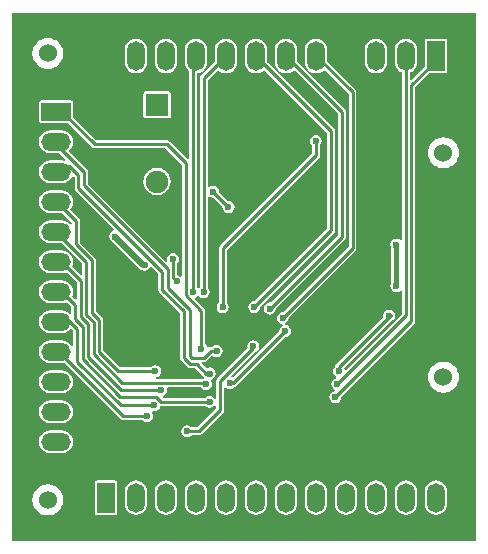
<source format=gbl>
G04 Layer_Physical_Order=2*
G04 Layer_Color=16711680*
%FSLAX44Y44*%
%MOMM*%
G71*
G01*
G75*
%ADD21R,1.9000X1.9000*%
%ADD26C,0.2540*%
%ADD27C,0.4000*%
%ADD29C,0.5000*%
%ADD30C,1.9000*%
%ADD31R,2.5000X1.5000*%
%ADD32O,2.5000X1.5000*%
%ADD33R,1.5000X2.5000*%
%ADD34O,1.5000X2.5000*%
G04:AMPARAMS|DCode=35|XSize=2mm|YSize=1.2mm|CornerRadius=0.36mm|HoleSize=0mm|Usage=FLASHONLY|Rotation=180.000|XOffset=0mm|YOffset=0mm|HoleType=Round|Shape=RoundedRectangle|*
%AMROUNDEDRECTD35*
21,1,2.0000,0.4800,0,0,180.0*
21,1,1.2800,1.2000,0,0,180.0*
1,1,0.7200,-0.6400,0.2400*
1,1,0.7200,0.6400,0.2400*
1,1,0.7200,0.6400,-0.2400*
1,1,0.7200,-0.6400,-0.2400*
%
%ADD35ROUNDEDRECTD35*%
%ADD36C,1.5240*%
%ADD37C,0.6000*%
G36*
X623625Y221375D02*
X230375D01*
Y668625D01*
X623625D01*
Y221375D01*
D02*
G37*
%LPC*%
G36*
X564300Y272614D02*
X561812Y272287D01*
X559493Y271326D01*
X557502Y269798D01*
X555974Y267807D01*
X555013Y265488D01*
X554686Y263000D01*
Y253000D01*
X555013Y250512D01*
X555974Y248193D01*
X557502Y246202D01*
X559493Y244674D01*
X561812Y243713D01*
X564300Y243386D01*
X566788Y243713D01*
X569107Y244674D01*
X571098Y246202D01*
X572626Y248193D01*
X573587Y250512D01*
X573914Y253000D01*
Y263000D01*
X573587Y265488D01*
X572626Y267807D01*
X571098Y269798D01*
X569107Y271326D01*
X566788Y272287D01*
X564300Y272614D01*
D02*
G37*
G36*
X538900D02*
X536412Y272287D01*
X534093Y271326D01*
X532102Y269798D01*
X530574Y267807D01*
X529613Y265488D01*
X529286Y263000D01*
Y253000D01*
X529613Y250512D01*
X530574Y248193D01*
X532102Y246202D01*
X534093Y244674D01*
X536412Y243713D01*
X538900Y243386D01*
X541388Y243713D01*
X543707Y244674D01*
X545698Y246202D01*
X547226Y248193D01*
X548187Y250512D01*
X548514Y253000D01*
Y263000D01*
X548187Y265488D01*
X547226Y267807D01*
X545698Y269798D01*
X543707Y271326D01*
X541388Y272287D01*
X538900Y272614D01*
D02*
G37*
G36*
X513500D02*
X511012Y272287D01*
X508693Y271326D01*
X506702Y269798D01*
X505174Y267807D01*
X504213Y265488D01*
X503886Y263000D01*
Y253000D01*
X504213Y250512D01*
X505174Y248193D01*
X506702Y246202D01*
X508693Y244674D01*
X511012Y243713D01*
X513500Y243386D01*
X515988Y243713D01*
X518307Y244674D01*
X520298Y246202D01*
X521826Y248193D01*
X522787Y250512D01*
X523114Y253000D01*
Y263000D01*
X522787Y265488D01*
X521826Y267807D01*
X520298Y269798D01*
X518307Y271326D01*
X515988Y272287D01*
X513500Y272614D01*
D02*
G37*
G36*
X589700D02*
X587212Y272287D01*
X584893Y271326D01*
X582902Y269798D01*
X581374Y267807D01*
X580413Y265488D01*
X580086Y263000D01*
Y253000D01*
X580413Y250512D01*
X581374Y248193D01*
X582902Y246202D01*
X584893Y244674D01*
X587212Y243713D01*
X589700Y243386D01*
X592188Y243713D01*
X594507Y244674D01*
X596498Y246202D01*
X598026Y248193D01*
X598987Y250512D01*
X599314Y253000D01*
Y263000D01*
X598987Y265488D01*
X598026Y267807D01*
X596498Y269798D01*
X594507Y271326D01*
X592188Y272287D01*
X589700Y272614D01*
D02*
G37*
G36*
X273000Y314914D02*
X263000D01*
X260512Y314587D01*
X258193Y313626D01*
X256202Y312098D01*
X254674Y310107D01*
X253713Y307788D01*
X253386Y305300D01*
X253713Y302812D01*
X254674Y300493D01*
X256202Y298502D01*
X258193Y296974D01*
X260512Y296013D01*
X263000Y295686D01*
X273000D01*
X275488Y296013D01*
X277807Y296974D01*
X279798Y298502D01*
X281326Y300493D01*
X282287Y302812D01*
X282614Y305300D01*
X282287Y307788D01*
X281326Y310107D01*
X279798Y312098D01*
X277807Y313626D01*
X275488Y314587D01*
X273000Y314914D01*
D02*
G37*
G36*
X261000Y269167D02*
X260866Y269140D01*
X260730Y269149D01*
X257858Y268771D01*
X257665Y268705D01*
X257598Y268697D01*
X257536Y268671D01*
X257336Y268631D01*
X254660Y267523D01*
X254490Y267409D01*
X254428Y267383D01*
X254374Y267342D01*
X254191Y267252D01*
X251894Y265489D01*
X251759Y265336D01*
X251705Y265294D01*
X251665Y265241D01*
X251511Y265107D01*
X249748Y262809D01*
X249657Y262626D01*
X249617Y262572D01*
X249591Y262510D01*
X249477Y262340D01*
X248369Y259664D01*
X248329Y259464D01*
X248303Y259402D01*
X248295Y259335D01*
X248229Y259142D01*
X247851Y256270D01*
X247864Y256067D01*
X247856Y256000D01*
X247864Y255933D01*
X247851Y255730D01*
X248229Y252858D01*
X248295Y252665D01*
X248303Y252598D01*
X248329Y252536D01*
X248369Y252336D01*
X249477Y249660D01*
X249591Y249490D01*
X249617Y249428D01*
X249658Y249374D01*
X249748Y249191D01*
X251511Y246894D01*
X251665Y246759D01*
X251705Y246705D01*
X251759Y246665D01*
X251894Y246511D01*
X254191Y244748D01*
X254374Y244657D01*
X254428Y244617D01*
X254490Y244591D01*
X254660Y244477D01*
X257336Y243369D01*
X257536Y243329D01*
X257598Y243303D01*
X257665Y243295D01*
X257858Y243229D01*
X260730Y242851D01*
X260866Y242860D01*
X261000Y242833D01*
X261134Y242860D01*
X261270Y242851D01*
X264142Y243229D01*
X264335Y243295D01*
X264402Y243303D01*
X264464Y243329D01*
X264664Y243369D01*
X267340Y244477D01*
X267510Y244591D01*
X267572Y244617D01*
X267626Y244658D01*
X267809Y244748D01*
X270107Y246511D01*
X270241Y246665D01*
X270294Y246705D01*
X270336Y246759D01*
X270489Y246894D01*
X272252Y249191D01*
X272342Y249374D01*
X272383Y249428D01*
X272409Y249490D01*
X272523Y249660D01*
X273631Y252336D01*
X273671Y252536D01*
X273697Y252598D01*
X273705Y252665D01*
X273771Y252858D01*
X274149Y255730D01*
X274136Y255933D01*
X274144Y256000D01*
X274136Y256067D01*
X274149Y256270D01*
X273771Y259142D01*
X273705Y259335D01*
X273697Y259402D01*
X273671Y259464D01*
X273631Y259664D01*
X272523Y262340D01*
X272409Y262510D01*
X272383Y262572D01*
X272342Y262626D01*
X272252Y262809D01*
X270489Y265107D01*
X270336Y265241D01*
X270294Y265294D01*
X270241Y265336D01*
X270107Y265489D01*
X267809Y267252D01*
X267626Y267342D01*
X267572Y267383D01*
X267510Y267409D01*
X267340Y267523D01*
X264664Y268631D01*
X264464Y268671D01*
X264402Y268697D01*
X264335Y268705D01*
X264142Y268771D01*
X261270Y269149D01*
X261134Y269140D01*
X261000Y269167D01*
D02*
G37*
G36*
X317800Y272572D02*
X302800D01*
X302007Y272414D01*
X301335Y271965D01*
X300886Y271293D01*
X300728Y270500D01*
Y245500D01*
X300886Y244707D01*
X301335Y244035D01*
X302007Y243586D01*
X302800Y243428D01*
X317800D01*
X318593Y243586D01*
X319265Y244035D01*
X319714Y244707D01*
X319872Y245500D01*
Y270500D01*
X319714Y271293D01*
X319265Y271965D01*
X318593Y272414D01*
X317800Y272572D01*
D02*
G37*
G36*
X386500Y272614D02*
X384012Y272287D01*
X381693Y271326D01*
X379702Y269798D01*
X378174Y267807D01*
X377213Y265488D01*
X376886Y263000D01*
Y253000D01*
X377213Y250512D01*
X378174Y248193D01*
X379702Y246202D01*
X381693Y244674D01*
X384012Y243713D01*
X386500Y243386D01*
X388988Y243713D01*
X391307Y244674D01*
X393298Y246202D01*
X394826Y248193D01*
X395787Y250512D01*
X396114Y253000D01*
Y263000D01*
X395787Y265488D01*
X394826Y267807D01*
X393298Y269798D01*
X391307Y271326D01*
X388988Y272287D01*
X386500Y272614D01*
D02*
G37*
G36*
X361100D02*
X358612Y272287D01*
X356293Y271326D01*
X354302Y269798D01*
X352774Y267807D01*
X351813Y265488D01*
X351486Y263000D01*
Y253000D01*
X351813Y250512D01*
X352774Y248193D01*
X354302Y246202D01*
X356293Y244674D01*
X358612Y243713D01*
X361100Y243386D01*
X363588Y243713D01*
X365907Y244674D01*
X367898Y246202D01*
X369426Y248193D01*
X370387Y250512D01*
X370714Y253000D01*
Y263000D01*
X370387Y265488D01*
X369426Y267807D01*
X367898Y269798D01*
X365907Y271326D01*
X363588Y272287D01*
X361100Y272614D01*
D02*
G37*
G36*
X335700D02*
X333212Y272287D01*
X330893Y271326D01*
X328902Y269798D01*
X327374Y267807D01*
X326413Y265488D01*
X326086Y263000D01*
Y253000D01*
X326413Y250512D01*
X327374Y248193D01*
X328902Y246202D01*
X330893Y244674D01*
X333212Y243713D01*
X335700Y243386D01*
X338188Y243713D01*
X340507Y244674D01*
X342498Y246202D01*
X344026Y248193D01*
X344987Y250512D01*
X345314Y253000D01*
Y263000D01*
X344987Y265488D01*
X344026Y267807D01*
X342498Y269798D01*
X340507Y271326D01*
X338188Y272287D01*
X335700Y272614D01*
D02*
G37*
G36*
X411900D02*
X409412Y272287D01*
X407093Y271326D01*
X405102Y269798D01*
X403574Y267807D01*
X402613Y265488D01*
X402286Y263000D01*
Y253000D01*
X402613Y250512D01*
X403574Y248193D01*
X405102Y246202D01*
X407093Y244674D01*
X409412Y243713D01*
X411900Y243386D01*
X414388Y243713D01*
X416707Y244674D01*
X418698Y246202D01*
X420226Y248193D01*
X421187Y250512D01*
X421514Y253000D01*
Y263000D01*
X421187Y265488D01*
X420226Y267807D01*
X418698Y269798D01*
X416707Y271326D01*
X414388Y272287D01*
X411900Y272614D01*
D02*
G37*
G36*
X488100D02*
X485612Y272287D01*
X483293Y271326D01*
X481302Y269798D01*
X479774Y267807D01*
X478813Y265488D01*
X478486Y263000D01*
Y253000D01*
X478813Y250512D01*
X479774Y248193D01*
X481302Y246202D01*
X483293Y244674D01*
X485612Y243713D01*
X488100Y243386D01*
X490588Y243713D01*
X492907Y244674D01*
X494898Y246202D01*
X496426Y248193D01*
X497387Y250512D01*
X497714Y253000D01*
Y263000D01*
X497387Y265488D01*
X496426Y267807D01*
X494898Y269798D01*
X492907Y271326D01*
X490588Y272287D01*
X488100Y272614D01*
D02*
G37*
G36*
X462700D02*
X460212Y272287D01*
X457893Y271326D01*
X455902Y269798D01*
X454374Y267807D01*
X453413Y265488D01*
X453086Y263000D01*
Y253000D01*
X453413Y250512D01*
X454374Y248193D01*
X455902Y246202D01*
X457893Y244674D01*
X460212Y243713D01*
X462700Y243386D01*
X465188Y243713D01*
X467507Y244674D01*
X469498Y246202D01*
X471026Y248193D01*
X471987Y250512D01*
X472314Y253000D01*
Y263000D01*
X471987Y265488D01*
X471026Y267807D01*
X469498Y269798D01*
X467507Y271326D01*
X465188Y272287D01*
X462700Y272614D01*
D02*
G37*
G36*
X437300D02*
X434812Y272287D01*
X432493Y271326D01*
X430502Y269798D01*
X428974Y267807D01*
X428013Y265488D01*
X427686Y263000D01*
Y253000D01*
X428013Y250512D01*
X428974Y248193D01*
X430502Y246202D01*
X432493Y244674D01*
X434812Y243713D01*
X437300Y243386D01*
X439788Y243713D01*
X442107Y244674D01*
X444098Y246202D01*
X445626Y248193D01*
X446587Y250512D01*
X446914Y253000D01*
Y263000D01*
X446587Y265488D01*
X445626Y267807D01*
X444098Y269798D01*
X442107Y271326D01*
X439788Y272287D01*
X437300Y272614D01*
D02*
G37*
G36*
X335700Y646614D02*
X333212Y646287D01*
X330893Y645326D01*
X328902Y643798D01*
X327374Y641807D01*
X326413Y639488D01*
X326086Y637000D01*
Y627000D01*
X326413Y624512D01*
X327374Y622193D01*
X328902Y620202D01*
X330893Y618674D01*
X333212Y617713D01*
X335700Y617386D01*
X338188Y617713D01*
X340507Y618674D01*
X342498Y620202D01*
X344026Y622193D01*
X344987Y624512D01*
X345314Y627000D01*
Y637000D01*
X344987Y639488D01*
X344026Y641807D01*
X342498Y643798D01*
X340507Y645326D01*
X338188Y646287D01*
X335700Y646614D01*
D02*
G37*
G36*
X363000Y602072D02*
X344000D01*
X343207Y601914D01*
X342535Y601465D01*
X342086Y600793D01*
X341928Y600000D01*
Y581000D01*
X342086Y580207D01*
X342535Y579535D01*
X343207Y579086D01*
X344000Y578928D01*
X363000D01*
X363793Y579086D01*
X364465Y579535D01*
X364914Y580207D01*
X365072Y581000D01*
Y600000D01*
X364914Y600793D01*
X364465Y601465D01*
X363793Y601914D01*
X363000Y602072D01*
D02*
G37*
G36*
X596000Y563167D02*
X595866Y563140D01*
X595730Y563149D01*
X592858Y562771D01*
X592665Y562705D01*
X592598Y562697D01*
X592536Y562671D01*
X592336Y562631D01*
X589660Y561523D01*
X589490Y561409D01*
X589428Y561383D01*
X589374Y561342D01*
X589191Y561252D01*
X586894Y559489D01*
X586759Y559336D01*
X586706Y559295D01*
X586665Y559241D01*
X586511Y559106D01*
X584748Y556809D01*
X584658Y556626D01*
X584617Y556572D01*
X584591Y556510D01*
X584477Y556340D01*
X583369Y553664D01*
X583329Y553464D01*
X583303Y553402D01*
X583295Y553335D01*
X583229Y553142D01*
X582851Y550270D01*
X582864Y550067D01*
X582856Y550000D01*
X582864Y549933D01*
X582851Y549730D01*
X583229Y546858D01*
X583295Y546665D01*
X583303Y546598D01*
X583329Y546536D01*
X583369Y546336D01*
X584477Y543660D01*
X584591Y543490D01*
X584617Y543428D01*
X584658Y543374D01*
X584748Y543191D01*
X586511Y540894D01*
X586665Y540759D01*
X586706Y540705D01*
X586759Y540664D01*
X586894Y540511D01*
X589191Y538748D01*
X589374Y538657D01*
X589428Y538617D01*
X589490Y538591D01*
X589660Y538477D01*
X592336Y537369D01*
X592536Y537329D01*
X592598Y537303D01*
X592665Y537295D01*
X592858Y537229D01*
X595730Y536851D01*
X595866Y536860D01*
X596000Y536833D01*
X596134Y536860D01*
X596270Y536851D01*
X599142Y537229D01*
X599335Y537295D01*
X599402Y537303D01*
X599464Y537329D01*
X599664Y537369D01*
X602340Y538477D01*
X602510Y538591D01*
X602572Y538617D01*
X602626Y538658D01*
X602809Y538748D01*
X605107Y540511D01*
X605241Y540664D01*
X605294Y540705D01*
X605336Y540759D01*
X605489Y540894D01*
X607252Y543191D01*
X607342Y543374D01*
X607383Y543428D01*
X607409Y543490D01*
X607523Y543660D01*
X608631Y546336D01*
X608671Y546536D01*
X608697Y546598D01*
X608705Y546665D01*
X608771Y546858D01*
X609149Y549730D01*
X609136Y549933D01*
X609145Y550000D01*
X609136Y550067D01*
X609149Y550270D01*
X608771Y553142D01*
X608705Y553335D01*
X608697Y553402D01*
X608671Y553464D01*
X608631Y553664D01*
X607523Y556340D01*
X607409Y556510D01*
X607383Y556572D01*
X607342Y556626D01*
X607252Y556809D01*
X605489Y559106D01*
X605336Y559241D01*
X605294Y559295D01*
X605241Y559336D01*
X605107Y559489D01*
X602809Y561252D01*
X602626Y561343D01*
X602572Y561383D01*
X602510Y561409D01*
X602340Y561523D01*
X599664Y562631D01*
X599464Y562671D01*
X599402Y562697D01*
X599335Y562705D01*
X599142Y562771D01*
X596270Y563149D01*
X596134Y563140D01*
X596000Y563167D01*
D02*
G37*
G36*
X361100Y646614D02*
X358612Y646287D01*
X356293Y645326D01*
X354302Y643798D01*
X352774Y641807D01*
X351813Y639488D01*
X351486Y637000D01*
Y627000D01*
X351813Y624512D01*
X352774Y622193D01*
X354302Y620202D01*
X356293Y618674D01*
X358612Y617713D01*
X361100Y617386D01*
X363588Y617713D01*
X365907Y618674D01*
X367898Y620202D01*
X369426Y622193D01*
X370387Y624512D01*
X370714Y627000D01*
Y637000D01*
X370387Y639488D01*
X369426Y641807D01*
X367898Y643798D01*
X365907Y645326D01*
X363588Y646287D01*
X361100Y646614D01*
D02*
G37*
G36*
X261000Y647167D02*
X260866Y647140D01*
X260730Y647149D01*
X257858Y646771D01*
X257665Y646705D01*
X257598Y646697D01*
X257536Y646671D01*
X257336Y646631D01*
X254660Y645523D01*
X254490Y645409D01*
X254428Y645383D01*
X254374Y645342D01*
X254191Y645252D01*
X251894Y643489D01*
X251759Y643335D01*
X251705Y643295D01*
X251665Y643241D01*
X251511Y643107D01*
X249748Y640809D01*
X249657Y640626D01*
X249617Y640572D01*
X249591Y640510D01*
X249477Y640340D01*
X248369Y637664D01*
X248329Y637464D01*
X248303Y637402D01*
X248295Y637335D01*
X248229Y637142D01*
X247851Y634270D01*
X247864Y634067D01*
X247856Y634000D01*
X247864Y633933D01*
X247851Y633730D01*
X248229Y630858D01*
X248295Y630665D01*
X248303Y630598D01*
X248329Y630536D01*
X248369Y630336D01*
X249477Y627660D01*
X249591Y627490D01*
X249617Y627428D01*
X249658Y627374D01*
X249748Y627191D01*
X251511Y624893D01*
X251665Y624759D01*
X251705Y624706D01*
X251759Y624664D01*
X251894Y624511D01*
X254191Y622748D01*
X254374Y622658D01*
X254428Y622617D01*
X254490Y622591D01*
X254660Y622477D01*
X257336Y621369D01*
X257536Y621329D01*
X257598Y621303D01*
X257665Y621295D01*
X257858Y621229D01*
X260730Y620851D01*
X260866Y620860D01*
X261000Y620833D01*
X261134Y620860D01*
X261270Y620851D01*
X264142Y621229D01*
X264335Y621295D01*
X264402Y621303D01*
X264464Y621329D01*
X264664Y621369D01*
X267340Y622477D01*
X267510Y622591D01*
X267572Y622617D01*
X267626Y622658D01*
X267809Y622748D01*
X270107Y624511D01*
X270241Y624664D01*
X270294Y624706D01*
X270336Y624759D01*
X270489Y624893D01*
X272252Y627191D01*
X272342Y627374D01*
X272383Y627428D01*
X272409Y627490D01*
X272523Y627660D01*
X273631Y630336D01*
X273671Y630536D01*
X273697Y630598D01*
X273705Y630665D01*
X273771Y630858D01*
X274149Y633730D01*
X274136Y633933D01*
X274144Y634000D01*
X274136Y634067D01*
X274149Y634270D01*
X273771Y637142D01*
X273705Y637335D01*
X273697Y637402D01*
X273671Y637464D01*
X273631Y637664D01*
X272523Y640340D01*
X272409Y640510D01*
X272383Y640572D01*
X272342Y640626D01*
X272252Y640809D01*
X270489Y643107D01*
X270336Y643241D01*
X270294Y643295D01*
X270241Y643335D01*
X270107Y643489D01*
X267809Y645252D01*
X267626Y645342D01*
X267572Y645383D01*
X267510Y645409D01*
X267340Y645523D01*
X264664Y646631D01*
X264464Y646671D01*
X264402Y646697D01*
X264335Y646705D01*
X264142Y646771D01*
X261270Y647149D01*
X261134Y647140D01*
X261000Y647167D01*
D02*
G37*
G36*
X538900Y646614D02*
X536412Y646287D01*
X534093Y645326D01*
X532102Y643798D01*
X530574Y641807D01*
X529613Y639488D01*
X529286Y637000D01*
Y627000D01*
X529613Y624512D01*
X530574Y622193D01*
X532102Y620202D01*
X534093Y618674D01*
X536412Y617713D01*
X538900Y617386D01*
X541388Y617713D01*
X543707Y618674D01*
X545698Y620202D01*
X547226Y622193D01*
X548187Y624512D01*
X548514Y627000D01*
Y637000D01*
X548187Y639488D01*
X547226Y641807D01*
X545698Y643798D01*
X543707Y645326D01*
X541388Y646287D01*
X538900Y646614D01*
D02*
G37*
G36*
X488100D02*
X485612Y646287D01*
X483293Y645326D01*
X481302Y643798D01*
X479774Y641807D01*
X478813Y639488D01*
X478486Y637000D01*
Y627000D01*
X478813Y624512D01*
X479774Y622193D01*
X481302Y620202D01*
X483293Y618674D01*
X485612Y617713D01*
X488100Y617386D01*
X490588Y617713D01*
X492907Y618674D01*
X494898Y620202D01*
X495122Y620216D01*
X515633Y599706D01*
Y470395D01*
X460308Y415069D01*
X460000Y415131D01*
X458037Y414740D01*
X456372Y413628D01*
X455260Y411963D01*
X454869Y410000D01*
X455260Y408037D01*
X456372Y406372D01*
X458037Y405260D01*
X459703Y404929D01*
X459879Y404303D01*
X459910Y403655D01*
X458372Y402628D01*
X457260Y400963D01*
X456869Y399000D01*
X456931Y398692D01*
X417572Y359333D01*
X416963Y359740D01*
X416408Y359851D01*
X416040Y361066D01*
X436053Y381079D01*
X436963Y381260D01*
X438628Y382372D01*
X439740Y384037D01*
X440131Y386000D01*
X439740Y387963D01*
X438628Y389628D01*
X436963Y390740D01*
X435000Y391131D01*
X433037Y390740D01*
X431372Y389628D01*
X430260Y387963D01*
X429869Y386000D01*
X430132Y384681D01*
X404619Y359168D01*
X403890Y358076D01*
X403633Y356787D01*
Y341912D01*
X402363Y341527D01*
X401628Y342628D01*
X399963Y343740D01*
X398000Y344131D01*
X396037Y343740D01*
X394372Y342628D01*
X394198Y342367D01*
X359114D01*
X358689Y342910D01*
X358895Y343923D01*
X359138Y344377D01*
X360628Y345372D01*
X361740Y347037D01*
X362131Y349000D01*
X361799Y350665D01*
X362502Y351935D01*
X390328D01*
X391372Y350372D01*
X393037Y349260D01*
X395000Y348869D01*
X396963Y349260D01*
X398628Y350372D01*
X399740Y352037D01*
X400131Y354000D01*
X399740Y355963D01*
X399175Y356808D01*
X399760Y358219D01*
X399963Y358260D01*
X401628Y359372D01*
X402740Y361037D01*
X403131Y363000D01*
X402740Y364963D01*
X401628Y366628D01*
X399963Y367740D01*
X398000Y368131D01*
X396037Y367740D01*
X395428Y367333D01*
X391301Y371460D01*
X391787Y372633D01*
X393000D01*
X394288Y372890D01*
X395381Y373619D01*
X400155Y378394D01*
X400372Y378372D01*
X402037Y377260D01*
X404000Y376869D01*
X405963Y377260D01*
X407628Y378372D01*
X408740Y380037D01*
X409131Y382000D01*
X408740Y383963D01*
X407628Y385628D01*
X405963Y386740D01*
X404000Y387131D01*
X402037Y386740D01*
X400372Y385628D01*
X400198Y385367D01*
X399000D01*
X399000Y385367D01*
X397712Y385110D01*
X397263Y384811D01*
X395860Y385356D01*
X395739Y385963D01*
X394627Y387627D01*
X394366Y387802D01*
Y416088D01*
X394110Y417377D01*
X393380Y418469D01*
X385815Y426034D01*
X386216Y427429D01*
X387628Y428372D01*
X387864Y428726D01*
X389134D01*
X389371Y428371D01*
X391036Y427259D01*
X392999Y426869D01*
X394963Y427259D01*
X396627Y428371D01*
X397739Y430036D01*
X398130Y431999D01*
X397739Y433963D01*
X396627Y435627D01*
X396366Y435802D01*
Y512766D01*
X397636Y513196D01*
X399037Y512260D01*
X401000Y511869D01*
X401308Y511931D01*
X408931Y504308D01*
X408869Y504000D01*
X409260Y502037D01*
X410372Y500372D01*
X412037Y499260D01*
X414000Y498869D01*
X415963Y499260D01*
X417628Y500372D01*
X418740Y502037D01*
X419131Y504000D01*
X418740Y505963D01*
X417628Y507628D01*
X415963Y508740D01*
X414000Y509131D01*
X413692Y509069D01*
X406069Y516692D01*
X406131Y517000D01*
X405740Y518963D01*
X404628Y520628D01*
X402963Y521740D01*
X401000Y522131D01*
X399037Y521740D01*
X397636Y520804D01*
X396366Y521234D01*
Y611705D01*
X404878Y620216D01*
X405102Y620202D01*
X407093Y618674D01*
X409412Y617713D01*
X411900Y617386D01*
X414388Y617713D01*
X416707Y618674D01*
X418698Y620202D01*
X420226Y622193D01*
X421187Y624512D01*
X421514Y627000D01*
Y637000D01*
X421187Y639488D01*
X420226Y641807D01*
X418698Y643798D01*
X416707Y645326D01*
X414388Y646287D01*
X411900Y646614D01*
X409412Y646287D01*
X407093Y645326D01*
X405102Y643798D01*
X403574Y641807D01*
X402613Y639488D01*
X402286Y637000D01*
Y627147D01*
X390619Y615480D01*
X389889Y614388D01*
X389632Y613099D01*
Y435802D01*
X389371Y435627D01*
X388019Y435677D01*
X387367Y436337D01*
Y617500D01*
X388988Y617713D01*
X391307Y618674D01*
X393298Y620202D01*
X394826Y622193D01*
X395787Y624512D01*
X396114Y627000D01*
Y637000D01*
X395787Y639488D01*
X394826Y641807D01*
X393298Y643798D01*
X391307Y645326D01*
X388988Y646287D01*
X386500Y646614D01*
X384012Y646287D01*
X381693Y645326D01*
X379702Y643798D01*
X378174Y641807D01*
X377213Y639488D01*
X376886Y637000D01*
Y627000D01*
X377213Y624512D01*
X378174Y622193D01*
X379702Y620202D01*
X380633Y619487D01*
Y544924D01*
X379363Y544398D01*
X364381Y559381D01*
X363288Y560110D01*
X362000Y560367D01*
X302094D01*
X282572Y579889D01*
Y592200D01*
X282414Y592993D01*
X281965Y593665D01*
X281293Y594114D01*
X280500Y594272D01*
X255500D01*
X254707Y594114D01*
X254035Y593665D01*
X253586Y592993D01*
X253428Y592200D01*
Y577200D01*
X253586Y576407D01*
X254035Y575735D01*
X254707Y575286D01*
X255500Y575128D01*
X277810D01*
X298319Y554619D01*
X299412Y553890D01*
X300700Y553633D01*
X360606D01*
X374331Y539907D01*
Y445685D01*
X373061Y445006D01*
X371963Y445740D01*
X370367Y446058D01*
Y456198D01*
X370628Y456372D01*
X371740Y458037D01*
X372131Y460000D01*
X371740Y461963D01*
X370628Y463628D01*
X368963Y464740D01*
X367000Y465131D01*
X365037Y464740D01*
X363372Y463628D01*
X362260Y461963D01*
X361869Y460000D01*
X362195Y458362D01*
X361099Y457662D01*
X294939Y523823D01*
Y533428D01*
X294682Y534716D01*
X293953Y535809D01*
X279043Y550718D01*
X279126Y551986D01*
X279798Y552502D01*
X281326Y554493D01*
X282287Y556812D01*
X282614Y559300D01*
X282287Y561788D01*
X281326Y564107D01*
X279798Y566098D01*
X277807Y567626D01*
X275488Y568587D01*
X273000Y568914D01*
X263000D01*
X260512Y568587D01*
X258193Y567626D01*
X256202Y566098D01*
X254674Y564107D01*
X253713Y561788D01*
X253386Y559300D01*
X253713Y556812D01*
X254674Y554493D01*
X256202Y552502D01*
X258193Y550974D01*
X260512Y550013D01*
X263000Y549686D01*
X270553D01*
X275879Y544360D01*
X275730Y543913D01*
X275221Y543222D01*
X273000Y543514D01*
X263000D01*
X260512Y543187D01*
X258193Y542226D01*
X256202Y540698D01*
X254674Y538707D01*
X253713Y536388D01*
X253386Y533900D01*
X253713Y531412D01*
X254674Y529093D01*
X256202Y527102D01*
X258193Y525574D01*
X260512Y524613D01*
X263000Y524286D01*
X273000D01*
X275488Y524613D01*
X277807Y525574D01*
X279798Y527102D01*
X281326Y529093D01*
X281568Y529677D01*
X282888Y529969D01*
X283633Y529317D01*
Y520000D01*
X283890Y518712D01*
X284619Y517619D01*
X317010Y485229D01*
X316592Y483851D01*
X316037Y483740D01*
X314372Y482628D01*
X313260Y480963D01*
X312869Y479000D01*
X313260Y477037D01*
X314372Y475372D01*
X316037Y474260D01*
X316247Y474218D01*
X338732Y451733D01*
X340232Y450731D01*
X340374Y450703D01*
X341037Y450260D01*
X343000Y449869D01*
X344963Y450260D01*
X346628Y451372D01*
X347606Y452836D01*
X348980Y453258D01*
X354489Y447749D01*
Y433766D01*
X354746Y432477D01*
X355475Y431385D01*
X372633Y414227D01*
Y376534D01*
X372890Y375246D01*
X373619Y374154D01*
X379154Y368619D01*
X380246Y367890D01*
X381534Y367633D01*
X385606D01*
X392619Y360619D01*
X393389Y360105D01*
X393259Y358803D01*
X393240Y358781D01*
X393037Y358740D01*
X392930Y358669D01*
X352799D01*
X352732Y358720D01*
X352838Y359965D01*
X352864Y360041D01*
X353963Y360259D01*
X355627Y361371D01*
X356739Y363036D01*
X357130Y364999D01*
X356739Y366963D01*
X355627Y368627D01*
X353963Y369739D01*
X351999Y370130D01*
X350036Y369739D01*
X348371Y368627D01*
X348197Y368366D01*
X321861D01*
X307655Y382572D01*
Y408326D01*
X307398Y409614D01*
X306669Y410706D01*
X301511Y415864D01*
Y459322D01*
X301254Y460610D01*
X300525Y461702D01*
X288367Y473860D01*
Y492000D01*
X288110Y493288D01*
X287381Y494381D01*
X279912Y501850D01*
X281326Y503693D01*
X282287Y506012D01*
X282614Y508500D01*
X282287Y510988D01*
X281326Y513307D01*
X279798Y515298D01*
X277807Y516826D01*
X275488Y517787D01*
X273000Y518114D01*
X263000D01*
X260512Y517787D01*
X258193Y516826D01*
X256202Y515298D01*
X254674Y513307D01*
X253713Y510988D01*
X253386Y508500D01*
X253713Y506012D01*
X254674Y503693D01*
X256202Y501702D01*
X258193Y500174D01*
X260512Y499213D01*
X263000Y498886D01*
X273000D01*
X273312Y498927D01*
X281458Y490780D01*
X281353Y489958D01*
X280050Y489570D01*
X279798Y489898D01*
X277807Y491426D01*
X275488Y492387D01*
X273000Y492714D01*
X263000D01*
X260512Y492387D01*
X258193Y491426D01*
X256202Y489898D01*
X254674Y487907D01*
X253713Y485588D01*
X253386Y483100D01*
X253713Y480612D01*
X254674Y478293D01*
X256202Y476302D01*
X258193Y474774D01*
X260512Y473813D01*
X263000Y473486D01*
X272753D01*
X290205Y456034D01*
Y446915D01*
X289032Y446429D01*
X281690Y453771D01*
X282287Y455212D01*
X282614Y457700D01*
X282287Y460188D01*
X281326Y462507D01*
X279798Y464498D01*
X277807Y466026D01*
X275488Y466987D01*
X273000Y467314D01*
X263000D01*
X260512Y466987D01*
X258193Y466026D01*
X256202Y464498D01*
X254674Y462507D01*
X253713Y460188D01*
X253386Y457700D01*
X253713Y455212D01*
X254674Y452893D01*
X256202Y450902D01*
X258193Y449374D01*
X260512Y448413D01*
X263000Y448086D01*
X273000D01*
X275488Y448413D01*
X276929Y449010D01*
X285633Y440305D01*
Y426087D01*
X284460Y425601D01*
X281690Y428371D01*
X282287Y429812D01*
X282614Y432300D01*
X282287Y434788D01*
X281326Y437107D01*
X279798Y439098D01*
X277807Y440626D01*
X275488Y441587D01*
X273000Y441914D01*
X263000D01*
X260512Y441587D01*
X258193Y440626D01*
X256202Y439098D01*
X254674Y437107D01*
X253713Y434788D01*
X253386Y432300D01*
X253713Y429812D01*
X254674Y427493D01*
X256202Y425502D01*
X258193Y423974D01*
X260512Y423013D01*
X263000Y422686D01*
X273000D01*
X275488Y423013D01*
X276929Y423610D01*
X281061Y419477D01*
Y414028D01*
X279859Y413620D01*
X279798Y413698D01*
X277807Y415226D01*
X275488Y416187D01*
X273000Y416514D01*
X263000D01*
X260512Y416187D01*
X258193Y415226D01*
X256202Y413698D01*
X254674Y411707D01*
X253713Y409388D01*
X253386Y406900D01*
X253713Y404412D01*
X254674Y402093D01*
X256202Y400102D01*
X258193Y398574D01*
X260512Y397613D01*
X263000Y397286D01*
X273000D01*
X275488Y397613D01*
X277807Y398574D01*
X279798Y400102D01*
X280119Y400520D01*
X281386Y400603D01*
X282633Y399356D01*
Y386470D01*
X281363Y386217D01*
X281326Y386307D01*
X279798Y388298D01*
X277807Y389826D01*
X275488Y390787D01*
X273000Y391114D01*
X263000D01*
X260512Y390787D01*
X258193Y389826D01*
X256202Y388298D01*
X254674Y386307D01*
X253713Y383988D01*
X253386Y381500D01*
X253713Y379012D01*
X254674Y376693D01*
X256202Y374702D01*
X258193Y373174D01*
X260512Y372213D01*
X263000Y371886D01*
X273000D01*
X275079Y372160D01*
X322619Y324619D01*
X323712Y323890D01*
X325000Y323633D01*
X341198D01*
X341372Y323372D01*
X343037Y322260D01*
X345000Y321869D01*
X346963Y322260D01*
X348628Y323372D01*
X349740Y325037D01*
X350131Y327000D01*
X349740Y328963D01*
X349076Y329957D01*
X349840Y331100D01*
X351000Y330869D01*
X352963Y331260D01*
X354628Y332372D01*
X355740Y334037D01*
X356090Y335797D01*
X356912Y335633D01*
X394198D01*
X394372Y335372D01*
X396037Y334260D01*
X398000Y333869D01*
X399963Y334260D01*
X401628Y335372D01*
X402363Y336473D01*
X403633Y336088D01*
Y333395D01*
X387606Y317367D01*
X382802D01*
X382628Y317628D01*
X380963Y318740D01*
X379000Y319131D01*
X377037Y318740D01*
X375372Y317628D01*
X374260Y315963D01*
X373869Y314000D01*
X374260Y312037D01*
X375372Y310372D01*
X377037Y309260D01*
X379000Y308869D01*
X380963Y309260D01*
X382628Y310372D01*
X382802Y310633D01*
X389000D01*
X390288Y310890D01*
X391381Y311619D01*
X409381Y329619D01*
X410110Y330712D01*
X410367Y332000D01*
Y350765D01*
X411637Y351195D01*
X413037Y350260D01*
X415000Y349869D01*
X416963Y350260D01*
X418628Y351372D01*
X418925Y351817D01*
X419288Y351890D01*
X420381Y352619D01*
X461692Y393931D01*
X462000Y393869D01*
X463963Y394260D01*
X465628Y395372D01*
X466740Y397037D01*
X467131Y399000D01*
X466740Y400963D01*
X465628Y402628D01*
X463963Y403740D01*
X462297Y404072D01*
X462121Y404697D01*
X462090Y405345D01*
X463628Y406372D01*
X464740Y408037D01*
X465131Y410000D01*
X465069Y410308D01*
X521381Y466619D01*
X522110Y467712D01*
X522367Y469000D01*
Y601100D01*
X522110Y602388D01*
X521381Y603481D01*
X497714Y627147D01*
Y637000D01*
X497387Y639488D01*
X496426Y641807D01*
X494898Y643798D01*
X492907Y645326D01*
X490588Y646287D01*
X488100Y646614D01*
D02*
G37*
G36*
X353500Y537132D02*
X350490Y536735D01*
X347684Y535573D01*
X345275Y533725D01*
X343427Y531316D01*
X342265Y528510D01*
X341869Y525500D01*
X342265Y522490D01*
X343427Y519684D01*
X345275Y517275D01*
X347684Y515427D01*
X350490Y514265D01*
X353500Y513868D01*
X356511Y514265D01*
X359316Y515427D01*
X361725Y517275D01*
X363573Y519684D01*
X364735Y522490D01*
X365131Y525500D01*
X364735Y528510D01*
X363573Y531316D01*
X361725Y533725D01*
X359316Y535573D01*
X356511Y536735D01*
X353500Y537132D01*
D02*
G37*
G36*
X596000Y373167D02*
X595866Y373140D01*
X595730Y373149D01*
X592858Y372771D01*
X592665Y372705D01*
X592598Y372697D01*
X592536Y372671D01*
X592336Y372631D01*
X589660Y371523D01*
X589490Y371409D01*
X589428Y371383D01*
X589374Y371342D01*
X589191Y371252D01*
X586894Y369489D01*
X586759Y369336D01*
X586706Y369295D01*
X586665Y369241D01*
X586511Y369106D01*
X584748Y366809D01*
X584658Y366626D01*
X584617Y366572D01*
X584591Y366510D01*
X584477Y366340D01*
X583369Y363664D01*
X583329Y363464D01*
X583303Y363402D01*
X583295Y363335D01*
X583229Y363142D01*
X582851Y360270D01*
X582864Y360067D01*
X582856Y360000D01*
X582864Y359933D01*
X582851Y359730D01*
X583229Y356858D01*
X583295Y356665D01*
X583303Y356598D01*
X583329Y356536D01*
X583369Y356336D01*
X584477Y353660D01*
X584591Y353490D01*
X584617Y353428D01*
X584658Y353374D01*
X584748Y353191D01*
X586511Y350894D01*
X586665Y350759D01*
X586706Y350705D01*
X586759Y350664D01*
X586894Y350511D01*
X589191Y348748D01*
X589374Y348657D01*
X589428Y348617D01*
X589490Y348591D01*
X589660Y348477D01*
X592336Y347369D01*
X592536Y347329D01*
X592598Y347303D01*
X592665Y347295D01*
X592858Y347229D01*
X595730Y346851D01*
X595866Y346860D01*
X596000Y346833D01*
X596134Y346860D01*
X596270Y346851D01*
X599142Y347229D01*
X599335Y347295D01*
X599402Y347303D01*
X599464Y347329D01*
X599664Y347369D01*
X602340Y348477D01*
X602510Y348591D01*
X602572Y348617D01*
X602626Y348658D01*
X602809Y348748D01*
X605107Y350511D01*
X605241Y350664D01*
X605294Y350705D01*
X605336Y350759D01*
X605489Y350894D01*
X607252Y353191D01*
X607342Y353374D01*
X607383Y353428D01*
X607409Y353490D01*
X607523Y353660D01*
X608631Y356336D01*
X608671Y356536D01*
X608697Y356598D01*
X608705Y356665D01*
X608771Y356858D01*
X609149Y359730D01*
X609136Y359933D01*
X609145Y360000D01*
X609136Y360067D01*
X609149Y360270D01*
X608771Y363142D01*
X608705Y363335D01*
X608697Y363402D01*
X608671Y363464D01*
X608631Y363664D01*
X607523Y366340D01*
X607409Y366510D01*
X607383Y366572D01*
X607342Y366626D01*
X607252Y366809D01*
X605489Y369106D01*
X605336Y369241D01*
X605294Y369295D01*
X605241Y369336D01*
X605107Y369489D01*
X602809Y371252D01*
X602626Y371343D01*
X602572Y371383D01*
X602510Y371409D01*
X602340Y371523D01*
X599664Y372631D01*
X599464Y372671D01*
X599402Y372697D01*
X599335Y372705D01*
X599142Y372771D01*
X596270Y373149D01*
X596134Y373140D01*
X596000Y373167D01*
D02*
G37*
G36*
X273000Y365714D02*
X263000D01*
X260512Y365387D01*
X258193Y364426D01*
X256202Y362898D01*
X254674Y360907D01*
X253713Y358588D01*
X253386Y356100D01*
X253713Y353612D01*
X254674Y351293D01*
X256202Y349302D01*
X258193Y347774D01*
X260512Y346813D01*
X263000Y346486D01*
X273000D01*
X275488Y346813D01*
X277807Y347774D01*
X279798Y349302D01*
X281326Y351293D01*
X282287Y353612D01*
X282614Y356100D01*
X282287Y358588D01*
X281326Y360907D01*
X279798Y362898D01*
X277807Y364426D01*
X275488Y365387D01*
X273000Y365714D01*
D02*
G37*
G36*
Y340314D02*
X263000D01*
X260512Y339987D01*
X258193Y339026D01*
X256202Y337498D01*
X254674Y335507D01*
X253713Y333188D01*
X253386Y330700D01*
X253713Y328212D01*
X254674Y325893D01*
X256202Y323902D01*
X258193Y322374D01*
X260512Y321413D01*
X263000Y321086D01*
X273000D01*
X275488Y321413D01*
X277807Y322374D01*
X279798Y323902D01*
X281326Y325893D01*
X282287Y328212D01*
X282614Y330700D01*
X282287Y333188D01*
X281326Y335507D01*
X279798Y337498D01*
X277807Y339026D01*
X275488Y339987D01*
X273000Y340314D01*
D02*
G37*
G36*
X488000Y565131D02*
X486037Y564740D01*
X484372Y563628D01*
X483260Y561963D01*
X482869Y560000D01*
X483260Y558037D01*
X484372Y556372D01*
X484633Y556198D01*
Y549394D01*
X406619Y471381D01*
X405890Y470288D01*
X405633Y469000D01*
Y422802D01*
X405372Y422628D01*
X404260Y420963D01*
X403869Y419000D01*
X404260Y417037D01*
X405372Y415372D01*
X407037Y414260D01*
X409000Y413869D01*
X410963Y414260D01*
X412628Y415372D01*
X413740Y417037D01*
X414131Y419000D01*
X413740Y420963D01*
X412628Y422628D01*
X412367Y422802D01*
Y467606D01*
X490381Y545619D01*
X491110Y546712D01*
X491367Y548000D01*
Y556198D01*
X491628Y556372D01*
X492740Y558037D01*
X493131Y560000D01*
X492740Y561963D01*
X491628Y563628D01*
X489963Y564740D01*
X488000Y565131D01*
D02*
G37*
G36*
X564300Y646614D02*
X561812Y646287D01*
X559493Y645326D01*
X557502Y643798D01*
X555974Y641807D01*
X555013Y639488D01*
X554686Y637000D01*
Y627000D01*
X555013Y624512D01*
X555974Y622193D01*
X557502Y620202D01*
X559493Y618674D01*
X560933Y618077D01*
Y475960D01*
X559663Y475575D01*
X559628Y475628D01*
X557963Y476740D01*
X556000Y477131D01*
X554037Y476740D01*
X552372Y475628D01*
X551260Y473963D01*
X550869Y472000D01*
X551260Y470037D01*
X551889Y469095D01*
Y439905D01*
X551260Y438963D01*
X550869Y437000D01*
X551260Y435037D01*
X552372Y433372D01*
X554037Y432260D01*
X556000Y431869D01*
X557963Y432260D01*
X559628Y433372D01*
X559665Y433428D01*
X560935Y433043D01*
Y413697D01*
X513436Y366197D01*
X512221Y366566D01*
X512142Y366963D01*
X511574Y367813D01*
X550787Y407026D01*
X551963Y407260D01*
X553628Y408372D01*
X554740Y410037D01*
X555131Y412000D01*
X554740Y413963D01*
X553628Y415628D01*
X551963Y416740D01*
X550000Y417131D01*
X548037Y416740D01*
X546372Y415628D01*
X545260Y413963D01*
X544869Y412000D01*
X545097Y410858D01*
X505021Y370782D01*
X504291Y369690D01*
X504127Y368864D01*
X503774Y368628D01*
X502662Y366963D01*
X502271Y365000D01*
X502662Y363037D01*
X503774Y361372D01*
X505376Y360301D01*
X505414Y360031D01*
X505303Y358992D01*
X504037Y358740D01*
X502372Y357628D01*
X501260Y355963D01*
X500869Y354000D01*
X501260Y352037D01*
X502372Y350372D01*
X503929Y349332D01*
X503970Y348905D01*
X503803Y348012D01*
X502438Y347740D01*
X500774Y346628D01*
X499662Y344963D01*
X499271Y343000D01*
X499662Y341037D01*
X500774Y339372D01*
X502438Y338260D01*
X504402Y337869D01*
X506365Y338260D01*
X508030Y339372D01*
X509142Y341037D01*
X509532Y343000D01*
X509471Y343308D01*
X571255Y405092D01*
X571984Y406184D01*
X572241Y407472D01*
Y447504D01*
X572239Y447514D01*
Y605477D01*
X584189Y617428D01*
X597200D01*
X597993Y617586D01*
X598665Y618035D01*
X599114Y618707D01*
X599272Y619500D01*
Y644500D01*
X599114Y645293D01*
X598665Y645965D01*
X597993Y646414D01*
X597200Y646572D01*
X582200D01*
X581407Y646414D01*
X580735Y645965D01*
X580286Y645293D01*
X580128Y644500D01*
Y622889D01*
X568840Y611601D01*
X567667Y612087D01*
Y618077D01*
X569107Y618674D01*
X571098Y620202D01*
X572626Y622193D01*
X573587Y624512D01*
X573914Y627000D01*
Y637000D01*
X573587Y639488D01*
X572626Y641807D01*
X571098Y643798D01*
X569107Y645326D01*
X566788Y646287D01*
X564300Y646614D01*
D02*
G37*
G36*
X437300D02*
X434812Y646287D01*
X432493Y645326D01*
X430502Y643798D01*
X428974Y641807D01*
X428013Y639488D01*
X427686Y637000D01*
Y627000D01*
X428013Y624512D01*
X428974Y622193D01*
X430502Y620202D01*
X432493Y618674D01*
X434812Y617713D01*
X437300Y617386D01*
X439788Y617713D01*
X442107Y618674D01*
X444098Y620202D01*
X444322Y620216D01*
X497633Y566906D01*
Y485875D01*
X436068Y424309D01*
X435760Y424371D01*
X433797Y423980D01*
X432132Y422868D01*
X431020Y421203D01*
X430629Y419240D01*
X431020Y417277D01*
X432132Y415612D01*
X433797Y414500D01*
X435760Y414109D01*
X437723Y414500D01*
X439388Y415612D01*
X440500Y417277D01*
X440891Y419240D01*
X440829Y419548D01*
X503381Y482099D01*
X504110Y483192D01*
X504367Y484480D01*
Y568300D01*
X504110Y569588D01*
X503381Y570681D01*
X446914Y627147D01*
Y637000D01*
X446587Y639488D01*
X445626Y641807D01*
X444098Y643798D01*
X442107Y645326D01*
X439788Y646287D01*
X437300Y646614D01*
D02*
G37*
G36*
X462700D02*
X460212Y646287D01*
X457893Y645326D01*
X455902Y643798D01*
X454374Y641807D01*
X453413Y639488D01*
X453086Y637000D01*
Y627000D01*
X453413Y624512D01*
X454374Y622193D01*
X455902Y620202D01*
X457893Y618674D01*
X460212Y617713D01*
X462700Y617386D01*
X465188Y617713D01*
X467507Y618674D01*
X469498Y620202D01*
X469722Y620216D01*
X506633Y583306D01*
Y480395D01*
X449308Y423069D01*
X449000Y423131D01*
X447037Y422740D01*
X445372Y421628D01*
X444260Y419963D01*
X443869Y418000D01*
X444260Y416037D01*
X445372Y414372D01*
X447037Y413260D01*
X449000Y412869D01*
X450963Y413260D01*
X452628Y414372D01*
X453740Y416037D01*
X454131Y418000D01*
X454069Y418308D01*
X512381Y476619D01*
X513110Y477712D01*
X513367Y479000D01*
Y584700D01*
X513110Y585988D01*
X512381Y587081D01*
X472314Y627147D01*
Y637000D01*
X471987Y639488D01*
X471026Y641807D01*
X469498Y643798D01*
X467507Y645326D01*
X465188Y646287D01*
X462700Y646614D01*
D02*
G37*
%LPD*%
D21*
X353500Y590500D02*
D03*
D26*
X318000Y479000D02*
Y479000D01*
X298144Y414470D02*
X304288Y408326D01*
X564300Y445612D02*
Y632000D01*
X568872Y447506D02*
Y606872D01*
X546000Y499000D02*
X556000Y489000D01*
X531000Y499000D02*
X546000D01*
X564300Y445612D02*
X564302Y445610D01*
X462700Y632000D02*
X510000Y584700D01*
Y479000D02*
Y584700D01*
X449000Y418000D02*
X510000Y479000D01*
X437300Y632000D02*
X501000Y568300D01*
Y484480D02*
Y568300D01*
X435760Y419240D02*
X501000Y484480D01*
X488100Y632000D02*
X519000Y601100D01*
Y469000D02*
Y601100D01*
X460000Y410000D02*
X519000Y469000D01*
X393000Y376000D02*
X399000Y382000D01*
X383000Y376000D02*
X393000D01*
X381000Y378000D02*
X383000Y376000D01*
X381000Y378000D02*
Y417088D01*
X387000Y371000D02*
X395000Y363000D01*
X381534Y371000D02*
X387000D01*
X376000Y376534D02*
X381534Y371000D01*
X376000Y376534D02*
Y415622D01*
X395000Y363000D02*
X398000D01*
X377698Y429390D02*
X390999Y416088D01*
Y383999D02*
Y416088D01*
X399000Y382000D02*
X404000D01*
X392999Y431999D02*
Y613099D01*
X384000Y432000D02*
Y629500D01*
X386500Y632000D01*
X377698Y429390D02*
Y541302D01*
X287000Y520000D02*
Y531000D01*
X397999Y371999D02*
X413299D01*
X362000Y557000D02*
X377698Y541302D01*
X392999Y613099D02*
X411900Y632000D01*
X504402Y343000D02*
X568874Y407472D01*
X506000Y354000D02*
X564302Y412302D01*
Y445610D01*
X568874Y407472D02*
Y447504D01*
X568872Y447506D02*
X568874Y447504D01*
X589700Y627700D02*
Y632000D01*
X568872Y606872D02*
X589700Y627700D01*
X268000Y437300D02*
X284428Y420872D01*
X356912Y339000D02*
X398000D01*
X268000Y411900D02*
X275100D01*
X279100Y538900D02*
X287000Y531000D01*
X268000Y538900D02*
X279100D01*
X268000Y509000D02*
Y513500D01*
Y589700D02*
X300700Y557000D01*
X362000D01*
X268000Y462700D02*
X289000Y441700D01*
X279856Y406894D02*
Y407144D01*
X275100Y411900D02*
X279856Y407144D01*
Y406894D02*
X286000Y400751D01*
X284428Y408788D02*
Y420872D01*
Y408788D02*
X290572Y402644D01*
X289000Y410682D02*
Y441700D01*
Y410682D02*
X295144Y404538D01*
X293572Y412576D02*
X299716Y406432D01*
X352912Y343000D02*
X356912Y339000D01*
X268000Y384000D02*
Y386500D01*
Y384000D02*
X325000Y327000D01*
X345000D01*
X286000Y373000D02*
Y400751D01*
Y373000D02*
X323000Y336000D01*
X351000D01*
X290572Y374894D02*
Y402644D01*
Y374894D02*
X322466Y343000D01*
X352912D01*
X295144Y376856D02*
Y404538D01*
Y376856D02*
X323000Y349000D01*
X357000D01*
X299716Y379284D02*
Y406432D01*
Y379284D02*
X323698Y355302D01*
X394698D01*
X304288Y381178D02*
Y408326D01*
Y381178D02*
X320466Y364999D01*
X351999D01*
X507402Y365000D02*
Y368402D01*
X551500Y412500D01*
X367000Y444000D02*
Y460000D01*
X287000Y520000D02*
X357856Y449144D01*
Y433766D02*
Y449144D01*
X362428Y435660D02*
Y451572D01*
X367000Y444000D02*
X370000Y441000D01*
X362428Y435660D02*
X381000Y417088D01*
X357856Y433766D02*
X376000Y415622D01*
X409000Y419000D02*
Y469000D01*
X488000Y548000D01*
Y560000D01*
X551398Y412000D02*
X551700Y412302D01*
X550000Y412000D02*
X551398D01*
X556000Y437000D02*
X557000Y438000D01*
X556000Y439000D02*
X557000Y438000D01*
X268000Y483000D02*
Y488100D01*
Y483000D02*
X293572Y457428D01*
Y412576D02*
Y457428D01*
X298144Y414470D02*
Y459322D01*
X401000Y517000D02*
X414000Y504000D01*
X342000Y455000D02*
X343000D01*
X379000Y314000D02*
X389000D01*
X407000Y332000D01*
X413299Y371999D02*
X421030Y379730D01*
X415000Y355000D02*
X418000D01*
X462000Y399000D01*
X407000Y332000D02*
Y356787D01*
X394698Y355302D02*
X395000Y355000D01*
Y354000D02*
Y355000D01*
X407000Y356787D02*
X435000Y384787D01*
Y386000D01*
X268000Y557000D02*
Y564300D01*
X291572Y522428D02*
X362428Y451572D01*
X291572Y522428D02*
Y533428D01*
X268000Y557000D02*
X291572Y533428D01*
X285000Y472466D02*
X298144Y459322D01*
X285000Y472466D02*
Y492000D01*
X268000Y509000D02*
X285000Y492000D01*
D27*
X556000Y439000D02*
Y472000D01*
D29*
X318000Y479000D02*
X342000Y455000D01*
D30*
X308500Y590500D02*
D03*
Y525500D02*
D03*
X353500D02*
D03*
D31*
X268000Y584700D02*
D03*
D32*
Y559300D02*
D03*
Y533900D02*
D03*
Y508500D02*
D03*
Y483100D02*
D03*
Y457700D02*
D03*
Y432300D02*
D03*
Y406900D02*
D03*
Y381500D02*
D03*
Y356100D02*
D03*
Y330700D02*
D03*
Y305300D02*
D03*
D33*
X310300Y258000D02*
D03*
X589700Y632000D02*
D03*
D34*
X335700Y258000D02*
D03*
X361100D02*
D03*
X386500D02*
D03*
X411900D02*
D03*
X437300D02*
D03*
X462700D02*
D03*
X488100D02*
D03*
X513500D02*
D03*
X538900D02*
D03*
X564300D02*
D03*
X589700D02*
D03*
X564300Y632000D02*
D03*
X538900D02*
D03*
X513500D02*
D03*
X488100D02*
D03*
X462700D02*
D03*
X437300D02*
D03*
X411900D02*
D03*
X386500D02*
D03*
X361100D02*
D03*
X335700D02*
D03*
X310300D02*
D03*
D35*
X595375Y483000D02*
D03*
Y417000D02*
D03*
D36*
X261000Y256000D02*
D03*
Y634000D02*
D03*
X596000Y360000D02*
D03*
Y550000D02*
D03*
D37*
X316834Y426834D02*
D03*
X318000Y479000D02*
D03*
X531000Y499000D02*
D03*
X556000Y489000D02*
D03*
X449000Y418000D02*
D03*
X435760Y419240D02*
D03*
X488000Y560000D02*
D03*
X460000Y410000D02*
D03*
X390999Y383999D02*
D03*
X404000Y382000D02*
D03*
X462000Y399000D02*
D03*
X370000Y441000D02*
D03*
X384000Y432000D02*
D03*
X392999Y431999D02*
D03*
X507402Y365000D02*
D03*
X506000Y354000D02*
D03*
X504402Y343000D02*
D03*
X351999Y364999D02*
D03*
X357000Y349000D02*
D03*
X351000Y336000D02*
D03*
X397999Y371999D02*
D03*
X398000Y363000D02*
D03*
X345000Y327000D02*
D03*
X398000Y339000D02*
D03*
X367000Y460000D02*
D03*
X409000Y419000D02*
D03*
X550000Y412000D02*
D03*
X556000Y437000D02*
D03*
Y472000D02*
D03*
X502000Y431000D02*
D03*
X407000Y548000D02*
D03*
X401000Y517000D02*
D03*
X414000Y504000D02*
D03*
X343000Y455000D02*
D03*
X299000Y328000D02*
D03*
X379000Y314000D02*
D03*
X421030Y379730D02*
D03*
X415000Y355000D02*
D03*
X395000Y354000D02*
D03*
X435000Y386000D02*
D03*
M02*

</source>
